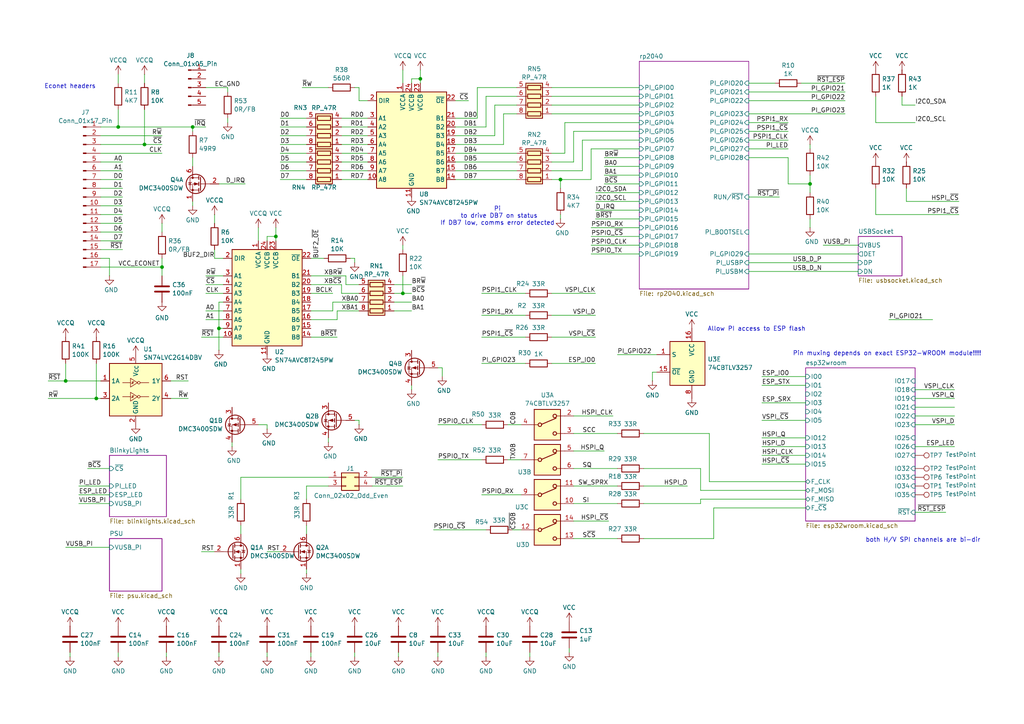
<source format=kicad_sch>
(kicad_sch (version 20250114) (generator "eeschema") (generator_version "9.0")
  (paper "A4")
  (text "Econet headers\n\n" (at 20.32 26.162 0) (effects (font (size 1.27 1.27))))
  (text "Pi\n to drive DB7 on status\nIf DB7 low, comms error detected\n" (at 144.272 62.738 0) (effects (font (size 1.27 1.27))))
  (text "Pin muxing depends on exact ESP32-WROOM module!!!!\n" (at 257.302 102.616 0) (effects (font (size 1.27 1.27))))
  (text "Allow PI access to ESP flash" (at 219.456 95.504 0) (effects (font (size 1.27 1.27))))
  (text "both H/V SPI channels are bi-dir\n\n" (at 267.716 157.734 0) (effects (font (size 1.27 1.27))))
  (junction (at 80.01 68.58))
  (junction (at 121.92 22.86))
  (junction (at 116.84 85.09))
  (junction (at 63.5 95.25))
  (junction (at 27.94 115.57))
  (junction (at 55.88 36.83))
  (junction (at 41.91 41.91))
  (junction (at 34.29 36.83))
  (junction (at 234.95 53.34))
  (junction (at 19.05 110.49))
  (junction (at 46.99 77.47))
  (junction (at 162.56 52.07))
  (wire (pts (xy 59.69 25.4) (xy 66.04 25.4)))
  (wire (pts (xy 186.69 140.97) (xy 199.39 140.97)))
  (wire (pts (xy 97.79 90.17) (xy 104.14 90.17)))
  (wire (pts (xy 265.43 120.65) (xy 276.86 120.65)))
  (wire (pts (xy 217.17 35.56) (xy 228.6 35.56)))
  (wire (pts (xy 102.87 189.23) (xy 102.87 190.5)))
  (wire (pts (xy 102.87 25.4) (xy 104.14 25.4)))
  (wire (pts (xy 29.21 49.53) (xy 35.56 49.53)))
  (wire (pts (xy 172.72 60.96) (xy 185.42 60.96)))
  (wire (pts (xy 63.5 95.25) (xy 64.77 95.25)))
  (wire (pts (xy 90.17 90.17) (xy 96.52 90.17)))
  (wire (pts (xy 172.72 63.5) (xy 185.42 63.5)))
  (wire (pts (xy 19.05 158.75) (xy 31.75 158.75)))
  (wire (pts (xy 132.08 34.29) (xy 138.43 34.29)))
  (wire (pts (xy 81.28 41.91) (xy 88.9 41.91)))
  (wire (pts (xy 88.9 152.4) (xy 88.9 154.94)))
  (wire (pts (xy 147.32 133.35) (xy 151.13 133.35)))
  (wire (pts (xy 107.95 140.97) (xy 116.84 140.97)))
  (wire (pts (xy 71.12 53.34) (xy 63.5 53.34)))
  (wire (pts (xy 146.05 33.02) (xy 146.05 41.91)))
  (wire (pts (xy 90.17 85.09) (xy 96.52 85.09)))
  (wire (pts (xy 104.14 82.55) (xy 100.33 82.55)))
  (wire (pts (xy 189.23 110.49) (xy 189.23 107.95)))
  (wire (pts (xy 140.97 36.83) (xy 140.97 27.94)))
  (wire (pts (xy 102.87 74.93) (xy 102.87 76.2)))
  (wire (pts (xy 220.98 127) (xy 233.68 127)))
  (wire (pts (xy 55.88 36.83) (xy 55.88 38.1)))
  (wire (pts (xy 220.98 109.22) (xy 233.68 109.22)))
  (wire (pts (xy 203.2 146.05) (xy 186.69 146.05)))
  (wire (pts (xy 116.84 85.09) (xy 119.38 85.09)))
  (wire (pts (xy 179.07 102.87) (xy 190.5 102.87)))
  (wire (pts (xy 116.84 80.01) (xy 116.84 85.09)))
  (wire (pts (xy 186.69 156.21) (xy 207.01 156.21)))
  (wire (pts (xy 160.02 27.94) (xy 185.42 27.94)))
  (wire (pts (xy 220.98 121.92) (xy 233.68 121.92)))
  (wire (pts (xy 29.21 36.83) (xy 34.29 36.83)))
  (wire (pts (xy 114.3 87.63) (xy 119.38 87.63)))
  (wire (pts (xy 64.77 80.01) (xy 59.69 80.01)))
  (wire (pts (xy 64.77 92.71) (xy 59.69 92.71)))
  (wire (pts (xy 261.62 30.48) (xy 261.62 27.94)))
  (wire (pts (xy 220.98 111.76) (xy 233.68 111.76)))
  (wire (pts (xy 160.02 33.02) (xy 185.42 33.02)))
  (wire (pts (xy 217.17 24.13) (xy 224.79 24.13)))
  (wire (pts (xy 217.17 33.02) (xy 245.11 33.02)))
  (wire (pts (xy 171.45 71.12) (xy 185.42 71.12)))
  (wire (pts (xy 29.21 57.15) (xy 35.56 57.15)))
  (wire (pts (xy 29.21 39.37) (xy 46.99 39.37)))
  (wire (pts (xy 149.86 33.02) (xy 146.05 33.02)))
  (wire (pts (xy 234.95 41.91) (xy 234.95 43.18)))
  (wire (pts (xy 46.99 74.93) (xy 46.99 77.47)))
  (wire (pts (xy 48.26 189.23) (xy 48.26 190.5)))
  (wire (pts (xy 88.9 165.1) (xy 88.9 166.37)))
  (wire (pts (xy 139.7 143.51) (xy 151.13 143.51)))
  (wire (pts (xy 205.74 139.7) (xy 205.74 125.73)))
  (wire (pts (xy 166.37 151.13) (xy 176.53 151.13)))
  (wire (pts (xy 106.68 36.83) (xy 99.06 36.83)))
  (wire (pts (xy 265.43 30.48) (xy 261.62 30.48)))
  (wire (pts (xy 55.88 58.42) (xy 55.88 59.69)))
  (wire (pts (xy 20.32 189.23) (xy 20.32 190.5)))
  (wire (pts (xy 163.83 35.56) (xy 185.42 35.56)))
  (wire (pts (xy 49.53 115.57) (xy 54.61 115.57)))
  (wire (pts (xy 166.37 38.1) (xy 166.37 46.99)))
  (wire (pts (xy 265.43 123.19) (xy 276.86 123.19)))
  (wire (pts (xy 77.47 189.23) (xy 77.47 190.5)))
  (wire (pts (xy 29.21 72.39) (xy 35.56 72.39)))
  (wire (pts (xy 160.02 30.48) (xy 185.42 30.48)))
  (wire (pts (xy 168.91 49.53) (xy 168.91 40.64)))
  (wire (pts (xy 220.98 132.08) (xy 233.68 132.08)))
  (wire (pts (xy 257.81 92.71) (xy 270.51 92.71)))
  (wire (pts (xy 217.17 26.67) (xy 245.11 26.67)))
  (wire (pts (xy 58.42 160.02) (xy 62.23 160.02)))
  (wire (pts (xy 100.33 80.01) (xy 90.17 80.01)))
  (wire (pts (xy 99.06 82.55) (xy 99.06 85.09)))
  (wire (pts (xy 22.86 146.05) (xy 31.75 146.05)))
  (wire (pts (xy 254 62.23) (xy 254 54.61)))
  (wire (pts (xy 63.5 95.25) (xy 63.5 101.6)))
  (wire (pts (xy 13.97 110.49) (xy 19.05 110.49)))
  (wire (pts (xy 162.56 63.5) (xy 162.56 62.23)))
  (wire (pts (xy 278.13 58.42) (xy 262.89 58.42)))
  (wire (pts (xy 160.02 49.53) (xy 168.91 49.53)))
  (wire (pts (xy 34.29 31.75) (xy 34.29 36.83)))
  (wire (pts (xy 166.37 135.89) (xy 179.07 135.89)))
  (wire (pts (xy 81.28 36.83) (xy 88.9 36.83)))
  (wire (pts (xy 96.52 90.17) (xy 96.52 87.63)))
  (wire (pts (xy 189.23 107.95) (xy 190.5 107.95)))
  (wire (pts (xy 139.7 105.41) (xy 152.4 105.41)))
  (wire (pts (xy 115.57 189.23) (xy 115.57 190.5)))
  (wire (pts (xy 116.84 20.32) (xy 116.84 24.13)))
  (wire (pts (xy 90.17 92.71) (xy 97.79 92.71)))
  (wire (pts (xy 29.21 77.47) (xy 46.99 77.47)))
  (wire (pts (xy 254 35.56) (xy 254 27.94)))
  (wire (pts (xy 132.08 44.45) (xy 149.86 44.45)))
  (wire (pts (xy 265.43 129.54) (xy 276.86 129.54)))
  (wire (pts (xy 217.17 29.21) (xy 245.11 29.21)))
  (wire (pts (xy 19.05 105.41) (xy 19.05 110.49)))
  (wire (pts (xy 262.89 58.42) (xy 262.89 54.61)))
  (wire (pts (xy 27.94 105.41) (xy 27.94 115.57)))
  (wire (pts (xy 278.13 62.23) (xy 254 62.23)))
  (wire (pts (xy 147.32 123.19) (xy 151.13 123.19)))
  (wire (pts (xy 22.86 143.51) (xy 31.75 143.51)))
  (wire (pts (xy 97.79 92.71) (xy 97.79 90.17)))
  (wire (pts (xy 41.91 21.59) (xy 41.91 24.13)))
  (wire (pts (xy 175.26 45.72) (xy 185.42 45.72)))
  (wire (pts (xy 119.38 22.86) (xy 121.92 22.86)))
  (wire (pts (xy 104.14 25.4) (xy 104.14 29.21)))
  (wire (pts (xy 171.45 73.66) (xy 185.42 73.66)))
  (wire (pts (xy 205.74 125.73) (xy 186.69 125.73)))
  (wire (pts (xy 234.95 66.04) (xy 234.95 63.5)))
  (wire (pts (xy 171.45 66.04) (xy 185.42 66.04)))
  (wire (pts (xy 19.05 110.49) (xy 29.21 110.49)))
  (wire (pts (xy 149.86 25.4) (xy 138.43 25.4)))
  (wire (pts (xy 66.04 35.56) (xy 66.04 34.29)))
  (wire (pts (xy 140.97 189.23) (xy 140.97 190.5)))
  (wire (pts (xy 13.97 115.57) (xy 27.94 115.57)))
  (wire (pts (xy 166.37 146.05) (xy 179.07 146.05)))
  (wire (pts (xy 233.68 144.78) (xy 203.2 144.78)))
  (wire (pts (xy 234.95 53.34) (xy 228.6 53.34)))
  (wire (pts (xy 34.29 189.23) (xy 34.29 190.5)))
  (wire (pts (xy 162.56 52.07) (xy 162.56 54.61)))
  (wire (pts (xy 220.98 116.84) (xy 233.68 116.84)))
  (wire (pts (xy 99.06 52.07) (xy 106.68 52.07)))
  (wire (pts (xy 29.21 74.93) (xy 31.75 74.93)))
  (wire (pts (xy 160.02 44.45) (xy 163.83 44.45)))
  (wire (pts (xy 104.14 29.21) (xy 106.68 29.21)))
  (wire (pts (xy 74.93 123.19) (xy 77.47 123.19)))
  (wire (pts (xy 238.76 71.12) (xy 248.92 71.12)))
  (wire (pts (xy 217.17 76.2) (xy 248.92 76.2)))
  (wire (pts (xy 77.47 160.02) (xy 81.28 160.02)))
  (wire (pts (xy 99.06 49.53) (xy 106.68 49.53)))
  (wire (pts (xy 29.21 59.69) (xy 35.56 59.69)))
  (wire (pts (xy 116.84 71.12) (xy 116.84 72.39)))
  (wire (pts (xy 217.17 57.15) (xy 226.06 57.15)))
  (wire (pts (xy 121.92 22.86) (xy 121.92 24.13)))
  (wire (pts (xy 217.17 40.64) (xy 228.6 40.64)))
  (wire (pts (xy 106.68 46.99) (xy 99.06 46.99)))
  (wire (pts (xy 166.37 156.21) (xy 179.07 156.21)))
  (wire (pts (xy 172.72 55.88) (xy 185.42 55.88)))
  (wire (pts (xy 160.02 25.4) (xy 185.42 25.4)))
  (wire (pts (xy 185.42 43.18) (xy 171.45 43.18)))
  (wire (pts (xy 203.2 142.24) (xy 203.2 135.89)))
  (wire (pts (xy 217.17 43.18) (xy 228.6 43.18)))
  (wire (pts (xy 265.43 148.59) (xy 274.32 148.59)))
  (wire (pts (xy 132.08 46.99) (xy 149.86 46.99)))
  (wire (pts (xy 95.25 25.4) (xy 87.63 25.4)))
  (wire (pts (xy 121.92 20.32) (xy 121.92 22.86)))
  (wire (pts (xy 64.77 90.17) (xy 59.69 90.17)))
  (wire (pts (xy 132.08 36.83) (xy 140.97 36.83)))
  (wire (pts (xy 127 189.23) (xy 127 190.5)))
  (wire (pts (xy 160.02 97.79) (xy 172.72 97.79)))
  (wire (pts (xy 127 106.68) (xy 128.27 106.68)))
  (wire (pts (xy 203.2 135.89) (xy 186.69 135.89)))
  (wire (pts (xy 63.5 189.23) (xy 63.5 190.5)))
  (wire (pts (xy 132.08 29.21) (xy 135.89 29.21)))
  (wire (pts (xy 69.85 138.43) (xy 69.85 144.78)))
  (wire (pts (xy 175.26 53.34) (xy 185.42 53.34)))
  (wire (pts (xy 29.21 69.85) (xy 35.56 69.85)))
  (wire (pts (xy 166.37 140.97) (xy 179.07 140.97)))
  (wire (pts (xy 69.85 152.4) (xy 69.85 154.94)))
  (wire (pts (xy 49.53 110.49) (xy 54.61 110.49)))
  (wire (pts (xy 74.93 66.04) (xy 74.93 69.85)))
  (wire (pts (xy 99.06 85.09) (xy 104.14 85.09)))
  (wire (pts (xy 106.68 39.37) (xy 99.06 39.37)))
  (wire (pts (xy 172.72 58.42) (xy 185.42 58.42)))
  (wire (pts (xy 132.08 49.53) (xy 149.86 49.53)))
  (wire (pts (xy 90.17 74.93) (xy 93.98 74.93)))
  (wire (pts (xy 125.73 153.67) (xy 140.97 153.67)))
  (wire (pts (xy 233.68 142.24) (xy 203.2 142.24)))
  (wire (pts (xy 143.51 39.37) (xy 143.51 30.48)))
  (wire (pts (xy 31.75 74.93) (xy 31.75 80.01)))
  (wire (pts (xy 160.02 105.41) (xy 172.72 105.41)))
  (wire (pts (xy 77.47 68.58) (xy 80.01 68.58)))
  (wire (pts (xy 143.51 30.48) (xy 149.86 30.48)))
  (wire (pts (xy 34.29 21.59) (xy 34.29 24.13)))
  (wire (pts (xy 27.94 115.57) (xy 29.21 115.57)))
  (wire (pts (xy 95.25 140.97) (xy 88.9 140.97)))
  (wire (pts (xy 46.99 67.31) (xy 46.99 64.77)))
  (wire (pts (xy 55.88 36.83) (xy 59.69 36.83)))
  (wire (pts (xy 162.56 52.07) (xy 160.02 52.07)))
  (wire (pts (xy 203.2 144.78) (xy 203.2 146.05)))
  (wire (pts (xy 132.08 41.91) (xy 146.05 41.91)))
  (wire (pts (xy 140.97 27.94) (xy 149.86 27.94)))
  (wire (pts (xy 99.06 34.29) (xy 106.68 34.29)))
  (wire (pts (xy 81.28 52.07) (xy 88.9 52.07)))
  (wire (pts (xy 114.3 82.55) (xy 119.38 82.55)))
  (wire (pts (xy 138.43 25.4) (xy 138.43 34.29)))
  (wire (pts (xy 81.28 34.29) (xy 88.9 34.29)))
  (wire (pts (xy 101.6 74.93) (xy 102.87 74.93)))
  (wire (pts (xy 217.17 38.1) (xy 228.6 38.1)))
  (wire (pts (xy 29.21 41.91) (xy 41.91 41.91)))
  (wire (pts (xy 265.43 35.56) (xy 254 35.56)))
  (wire (pts (xy 96.52 87.63) (xy 104.14 87.63)))
  (wire (pts (xy 217.17 73.66) (xy 248.92 73.66)))
  (wire (pts (xy 220.98 129.54) (xy 233.68 129.54)))
  (wire (pts (xy 34.29 36.83) (xy 55.88 36.83)))
  (wire (pts (xy 114.3 85.09) (xy 116.84 85.09)))
  (wire (pts (xy 265.43 118.11) (xy 276.86 118.11)))
  (wire (pts (xy 148.59 153.67) (xy 151.13 153.67)))
  (wire (pts (xy 228.6 45.72) (xy 217.17 45.72)))
  (wire (pts (xy 207.01 147.32) (xy 233.68 147.32)))
  (wire (pts (xy 128.27 106.68) (xy 128.27 109.22)))
  (wire (pts (xy 29.21 54.61) (xy 35.56 54.61)))
  (wire (pts (xy 90.17 82.55) (xy 99.06 82.55)))
  (wire (pts (xy 88.9 140.97) (xy 88.9 144.78)))
  (wire (pts (xy 55.88 45.72) (xy 55.88 48.26)))
  (wire (pts (xy 29.21 67.31) (xy 35.56 67.31)))
  (wire (pts (xy 64.77 85.09) (xy 59.69 85.09)))
  (wire (pts (xy 166.37 120.65) (xy 177.8 120.65)))
  (wire (pts (xy 160.02 91.44) (xy 172.72 91.44)))
  (wire (pts (xy 22.86 140.97) (xy 31.75 140.97)))
  (wire (pts (xy 29.21 62.23) (xy 35.56 62.23)))
  (wire (pts (xy 228.6 53.34) (xy 228.6 45.72)))
  (wire (pts (xy 139.7 85.09) (xy 152.4 85.09)))
  (wire (pts (xy 62.23 62.23) (xy 62.23 64.77)))
  (wire (pts (xy 106.68 44.45) (xy 99.06 44.45)))
  (wire (pts (xy 41.91 41.91) (xy 46.99 41.91)))
  (wire (pts (xy 66.04 25.4) (xy 66.04 26.67)))
  (wire (pts (xy 119.38 24.13) (xy 119.38 22.86)))
  (wire (pts (xy 175.26 50.8) (xy 185.42 50.8)))
  (wire (pts (xy 234.95 50.8) (xy 234.95 53.34)))
  (wire (pts (xy 207.01 156.21) (xy 207.01 147.32)))
  (wire (pts (xy 220.98 134.62) (xy 233.68 134.62)))
  (wire (pts (xy 29.21 46.99) (xy 35.56 46.99)))
  (wire (pts (xy 63.5 87.63) (xy 64.77 87.63)))
  (wire (pts (xy 80.01 68.58) (xy 80.01 69.85)))
  (wire (pts (xy 132.08 39.37) (xy 143.51 39.37)))
  (wire (pts (xy 165.1 189.23) (xy 165.1 187.96)))
  (wire (pts (xy 160.02 85.09) (xy 172.72 85.09)))
  (wire (pts (xy 62.23 72.39) (xy 62.23 74.93)))
  (wire (pts (xy 171.45 68.58) (xy 185.42 68.58)))
  (wire (pts (xy 106.68 41.91) (xy 99.06 41.91)))
  (wire (pts (xy 127 133.35) (xy 139.7 133.35)))
  (wire (pts (xy 166.37 130.81) (xy 175.26 130.81)))
  (wire (pts (xy 265.43 115.57) (xy 276.86 115.57)))
  (wire (pts (xy 81.28 39.37) (xy 88.9 39.37)))
  (wire (pts (xy 166.37 46.99) (xy 160.02 46.99)))
  (wire (pts (xy 232.41 24.13) (xy 245.11 24.13)))
  (wire (pts (xy 166.37 125.73) (xy 179.07 125.73)))
  (wire (pts (xy 63.5 95.25) (xy 63.5 87.63)))
  (wire (pts (xy 171.45 52.07) (xy 162.56 52.07)))
  (wire (pts (xy 132.08 52.07) (xy 149.86 52.07)))
  (wire (pts (xy 234.95 53.34) (xy 234.95 55.88)))
  (wire (pts (xy 29.21 44.45) (xy 46.99 44.45)))
  (wire (pts (xy 77.47 69.85) (xy 77.47 68.58)))
  (wire (pts (xy 163.83 44.45) (xy 163.83 35.56)))
  (wire (pts (xy 100.33 82.55) (xy 100.33 80.01)))
  (wire (pts (xy 81.28 46.99) (xy 88.9 46.99)))
  (wire (pts (xy 265.43 113.03) (xy 276.86 113.03)))
  (wire (pts (xy 127 123.19) (xy 139.7 123.19)))
  (wire (pts (xy 29.21 52.07) (xy 35.56 52.07)))
  (wire (pts (xy 69.85 165.1) (xy 69.85 166.37)))
  (wire (pts (xy 119.38 111.76) (xy 119.38 113.03)))
  (wire (pts (xy 80.01 66.04) (xy 80.01 68.58)))
  (wire (pts (xy 90.17 97.79) (xy 97.79 97.79)))
  (wire (pts (xy 233.68 139.7) (xy 205.74 139.7)))
  (wire (pts (xy 139.7 91.44) (xy 152.4 91.44)))
  (wire (pts (xy 153.67 189.23) (xy 153.67 190.5)))
  (wire (pts (xy 102.87 121.92) (xy 104.14 121.92)))
  (wire (pts (xy 29.21 64.77) (xy 35.56 64.77)))
  (wire (pts (xy 185.42 38.1) (xy 166.37 38.1)))
  (wire (pts (xy 46.99 77.47) (xy 46.99 80.01)))
  (wire (pts (xy 90.17 189.23) (xy 90.17 190.5)))
  (wire (pts (xy 81.28 49.53) (xy 88.9 49.53)))
  (wire (pts (xy 107.95 138.43) (xy 116.84 138.43)))
  (wire (pts (xy 64.77 82.55) (xy 59.69 82.55)))
  (wire (pts (xy 62.23 74.93) (xy 64.77 74.93)))
  (wire (pts (xy 41.91 31.75) (xy 41.91 41.91)))
  (wire (pts (xy 168.91 40.64) (xy 185.42 40.64)))
  (wire (pts (xy 25.4 135.89) (xy 31.75 135.89)))
  (wire (pts (xy 175.26 48.26) (xy 185.42 48.26)))
  (wire (pts (xy 104.14 121.92) (xy 104.14 123.19)))
  (wire (pts (xy 67.31 128.27) (xy 67.31 129.54)))
  (wire (pts (xy 171.45 43.18) (xy 171.45 52.07)))
  (wire (pts (xy 217.17 78.74) (xy 248.92 78.74)))
  (wire (pts (xy 58.42 97.79) (xy 64.77 97.79)))
  (wire (pts (xy 139.7 97.79) (xy 152.4 97.79)))
  (wire (pts (xy 95.25 138.43) (xy 69.85 138.43)))
  (wire (pts (xy 81.28 44.45) (xy 88.9 44.45)))
  (wire (pts (xy 95.25 127) (xy 95.25 128.27)))
  (wire (pts (xy 114.3 90.17) (xy 119.38 90.17)))
  (wire (pts (xy 77.47 123.19) (xy 77.47 124.46)))
  (label "VUSB_PI" (at 19.05 158.75 0))
  (label "D_IRQ" (at 172.72 60.96 0))
  (label "SI" (at 168.91 146.05 0))
  (label "DB3" (at 138.43 41.91 180))
  (label "B~{CS}" (at 25.4 135.89 0))
  (label "RD1" (at 101.6 36.83 0))
  (label "USB_D_P" (at 229.87 76.2 0))
  (label "D0" (at 35.56 52.07 180))
  (label "D3" (at 81.28 41.91 0))
  (label "HSPI_CLK" (at 220.98 132.08 0))
  (label "D7" (at 81.28 52.07 0))
  (label "VSPI_D" (at 276.86 123.19 180))
  (label "D7" (at 35.56 69.85 180))
  (label "D2" (at 81.28 39.37 0))
  (label "DB7" (at 138.43 52.07 180))
  (label "PI_GPIO21" (at 245.11 26.67 180))
  (label "D3" (at 35.56 59.69 180))
  (label "HSPI_D" (at 199.39 140.97 180))
  (label "~{CS}" (at 59.69 82.55 0))
  (label "ESP_IO0" (at 220.98 109.22 0))
  (label "PSPI1_CLK" (at 139.7 85.09 0))
  (label "PSPI1_CLK" (at 228.6 40.64 180))
  (label "DB4" (at 138.43 44.45 180))
  (label "B~{CS}" (at 175.26 53.34 0))
  (label "VSPI_Q" (at 276.86 115.57 180))
  (label "PSPIO_~{CS}" (at 171.45 68.58 0))
  (label "R~{W}" (at 59.69 80.01 0))
  (label "VCC_ECONET" (at 34.29 77.47 0))
  (label "BA1" (at 119.38 90.17 0))
  (label "RD3" (at 101.6 41.91 0))
  (label "BUF2_~{OE}" (at 92.71 74.93 90))
  (label "XBR~{W}" (at 93.98 80.01 0))
  (label "CLK" (at 46.99 44.45 180))
  (label "I2C0_SCL" (at 172.72 58.42 0))
  (label "BR~{W}" (at 175.26 45.72 0))
  (label "RD5" (at 101.6 46.99 0))
  (label "B~{RST}" (at 97.79 97.79 180))
  (label "BUF2_DIR" (at 62.23 74.93 180))
  (label "~{IRQ}" (at 59.69 36.83 180))
  (label "VSPI_CLK" (at 172.72 85.09 180))
  (label "~{RST}" (at 35.56 72.39 180))
  (label "CLK" (at 59.69 85.09 0))
  (label "DB2" (at 138.43 39.37 180))
  (label "A1" (at 59.69 92.71 0))
  (label "D4" (at 35.56 62.23 180))
  (label "D6" (at 35.56 67.31 180))
  (label "I2C0_SDA" (at 172.72 55.88 0))
  (label "BA0" (at 119.38 87.63 0))
  (label "XBA0" (at 99.06 87.63 0))
  (label "D5" (at 81.28 46.99 0))
  (label "TX0B" (at 149.86 133.35 90))
  (label "HSPI_~{CS}" (at 278.13 58.42 180))
  (label "~{R}W" (at 54.61 115.57 180))
  (label "SCC" (at 168.91 125.73 0))
  (label "C0B" (at 149.86 123.19 90))
  (label "PI_GPIO22" (at 179.07 102.87 0))
  (label "VSPI_~{CS}" (at 220.98 121.92 0))
  (label "DB5" (at 138.43 46.99 180))
  (label "USB_D_N" (at 229.87 78.74 0))
  (label "~{CS0B}" (at 149.86 153.67 90))
  (label "A0" (at 59.69 90.17 0))
  (label "~{RST_PI}" (at 116.84 138.43 180))
  (label "PSPI1_~{CS}" (at 228.6 38.1 180))
  (label "PSPI1_~{CS}" (at 278.13 62.23 180))
  (label "PSPIO_RX" (at 171.45 66.04 0))
  (label "~{R}W" (at 87.63 25.4 0))
  (label "PI_GPIO23" (at 245.11 33.02 180))
  (label "PSPI1_RX" (at 228.6 35.56 180))
  (label "ESP_LED" (at 276.86 129.54 180))
  (label "PSPI1_RX" (at 139.7 91.44 0))
  (label "VUSB_PI" (at 22.86 146.05 0))
  (label "D4" (at 81.28 44.45 0))
  (label "ESP_IO0" (at 172.72 105.41 180))
  (label "RD7" (at 101.6 52.07 0))
  (label "D5" (at 35.56 64.77 180))
  (label "PI_GPIO21" (at 257.81 92.71 0))
  (label "D2" (at 35.56 57.15 180))
  (label "ESP_LED" (at 22.86 143.51 0))
  (label "DB0" (at 138.43 34.29 180))
  (label "PSPIO_RX" (at 139.7 143.51 0))
  (label "BA1" (at 175.26 50.8 0))
  (label "RD0" (at 101.6 34.29 0))
  (label "PSPIO_CLK" (at 127 123.19 0))
  (label "D0" (at 81.28 34.29 0))
  (label "S~{CS}" (at 168.91 156.21 0))
  (label "SW_SPRX" (at 167.64 140.97 0))
  (label "~{RST_ESP}" (at 116.84 140.97 180))
  (label "~{CS}" (at 46.99 41.91 180))
  (label "R~{W}" (at 13.97 115.57 0))
  (label "VSPI_CLK" (at 276.86 113.03 180))
  (label "D6" (at 81.28 49.53 0))
  (label "D1" (at 35.56 54.61 180))
  (label "HSPI_CLK" (at 177.8 120.65 180))
  (label "RD4" (at 101.6 44.45 0))
  (label "B~{CS}" (at 119.38 85.09 0))
  (label "XBA1" (at 99.06 90.17 0))
  (label "A0" (at 35.56 46.99 180))
  (label "D_IRQ" (at 71.12 53.34 180))
  (label "BCLK" (at 96.52 85.09 180))
  (label "RD6" (at 101.6 49.53 0))
  (label "A1" (at 35.56 49.53 180))
  (label "RD2" (at 101.6 39.37 0))
  (label "HSPI_Q" (at 220.98 127 0))
  (label "~{RST_PI}" (at 226.06 57.15 180))
  (label "HSPI_D" (at 220.98 129.54 0))
  (label "PSPIO_~{CS}" (at 125.73 153.67 0))
  (label "~{RST}" (at 58.42 97.79 0))
  (label "B~{RST}" (at 172.72 63.5 0))
  (label "EC_GND" (at 62.23 25.4 0))
  (label "BA0" (at 175.26 48.26 0))
  (label "~{RST_ESP}" (at 245.11 24.13 180))
  (label "VSPI_D" (at 172.72 91.44 180))
  (label "PSPI1_~{CS}" (at 139.7 97.79 0))
  (label "I2C0_SCL" (at 265.43 35.56 0))
  (label "HSPI_Q" (at 175.26 130.81 180))
  (label "~{RST}" (at 13.97 110.49 0))
  (label "~{RST_ESP}" (at 274.32 148.59 180))
  (label "ESP_SRX" (at 220.98 116.84 0))
  (label "PI_GPIO22" (at 245.11 29.21 180))
  (label "RST" (at 54.61 110.49 180))
  (label "HSPI_~{CS}" (at 176.53 151.13 180))
  (label "DB6" (at 138.43 49.53 180))
  (label "DB1" (at 138.43 36.83 180))
  (label "PSPIO_TX" (at 171.45 73.66 0))
  (label "D1" (at 81.28 36.83 0))
  (label "RST" (at 77.47 160.02 0))
  (label "PI_GPIO23" (at 139.7 105.41 0))
  (label "PSPIO_TX" (at 127 133.35 0))
  (label "XB~{CS}" (at 93.98 82.55 0))
  (label "VUSB_PI" (at 238.76 71.12 0))
  (label "VSPI_~{CS}" (at 172.72 97.79 180))
  (label "PSPIO_CLK" (at 171.45 71.12 0))
  (label "~{CS}" (at 135.89 29.21 180))
  (label "ESP_STX" (at 220.98 111.76 0))
  (label "SQ" (at 168.91 135.89 0))
  (label "BR~{W}" (at 119.38 82.55 0))
  (label "I2C0_SDA" (at 265.43 30.48 0))
  (label "RST" (at 58.42 160.02 0))
  (label "PI_LED" (at 22.86 140.97 0))
  (label "HSPI_~{CS}" (at 220.98 134.62 0))
  (label "PI_LED" (at 228.6 43.18 180))
  (label "R~{W}" (at 46.99 39.37 180))
  (symbol (lib_name "DMC2053UVT_2") (lib_id "Transistor_FET:DMC2053UVT") (at 119.38 106.68 0) (mirror y) (unit 2)
    (property "Reference" "Q4" (at 116.7131 105.4678 0) (effects (justify left)))
    (property "Value" "DMC3400SDW" (at 116.7131 107.8921 0) (effects (justify left)))
    (property "Footprint" "Package_TO_SOT_SMD:SOT-363_SC-70-6" (effects (hide yes)))
    (property "Datasheet" "https://www.diodes.com/assets/Datasheets/DMC2053UVT.pdf" (effects (hide yes)))
    (property "Description" "4.6A/-3.2A Id, 20V Vds, Complementary pair enhancement mode P-Channel and N-Channel MOSFET, TSOT-23-6" (effects (hide yes)))
    (property "LCSC" "C155499" (effects (hide yes)))
  )
  (symbol (lib_id "Device:R") (at 162.56 58.42 0) (unit 1)
    (property "Reference" "R34" (at 164.338 57.2078 0) (effects (justify left)))
    (property "Value" "4K7" (at 164.338 59.6321 0) (effects (justify left)))
    (property "Footprint" "Resistor_SMD:R_0603_1608Metric_Pad0.98x0.95mm_HandSolder" (effects (hide yes)))
    (property "Description" "Resistor" (effects (hide yes)))
    (property "LCSC" "C23162" (effects (hide yes)))
  )
  (symbol (lib_id "Device:R") (at 88.9 148.59 0) (mirror x) (unit 1)
    (property "Reference" "R3" (at 86.106 143.764 90))
    (property "Value" "33R" (at 86.1638 148.59 90))
    (property "Footprint" "Resistor_SMD:R_0402_1005Metric_Pad0.72x0.64mm_HandSolder" (effects (hide yes)))
    (property "Description" "Resistor" (effects (hide yes)))
    (property "LCSC" "C17634" (effects (hide yes)))
  )
  (symbol (lib_id "74xx:74CBTLV3257") (at 158.75 143.51 0) (unit 3)
    (property "Reference" "U3" (at 151.384 147.066 0))
    (property "Value" "74CBTLV3257" (effects (hide yes)))
    (property "Footprint" "Package_SO:TSSOP-16_4.4x5mm_P0.65mm" (effects (hide yes)))
    (property "Datasheet" "http://www.ti.com/lit/ds/symlink/sn74cbtlv3257.pdf" (effects (hide yes)))
    (property "Description" "Quad 1:2 FET Multiplexer/Demultiplexer, Low-Voltage" (effects (hide yes)))
    (property "LCSC" "C7637" (effects (hide yes)))
  )
  (symbol (lib_id "power:GND") (at 165.1 189.23 0) (unit 1)
    (property "Reference" "#PWR0164" (effects (hide yes)))
    (property "Value" "GND" (at 165.1 193.3631 0))
    (property "Description" "Power symbol creates a global label with name \"GND\" , ground" (effects (hide yes)))
  )
  (symbol (lib_id "power:GND") (at 46.99 87.63 0) (unit 1)
    (property "Reference" "#PWR021" (effects (hide yes)))
    (property "Value" "GND" (at 46.99 92.202 0))
    (property "Description" "Power symbol creates a global label with name \"GND\" , ground" (effects (hide yes)))
  )
  (symbol (lib_id "power:VCC") (at 90.17 181.61 0) (unit 1)
    (property "Reference" "#PWR0137" (effects (hide yes)))
    (property "Value" "VCC" (at 90.17 177.4769 0))
    (property "Description" "Power symbol creates a global label with name \"VCC\"" (effects (hide yes)))
  )
  (symbol (lib_id "Connector:Conn_01x05_Pin") (at 54.61 25.4 0) (unit 1)
    (property "Reference" "J8" (at 55.245 16.0993 0))
    (property "Value" "Conn_01x05_Pin" (at 55.245 18.5236 0))
    (property "Footprint" "Connector_PinHeader_2.54mm:PinHeader_1x05_P2.54mm_Vertical" (effects (hide yes)))
    (property "Description" "Generic connector, single row, 01x05, script generated" (effects (hide yes)))
  )
  (symbol (lib_id "power:VCCQ") (at 41.91 21.59 0) (unit 1)
    (property "Reference" "#PWR04" (effects (hide yes)))
    (property "Value" "VCCQ" (at 41.91 17.4569 0))
    (property "Description" "Power symbol creates a global label with name \"VCCQ\"" (effects (hide yes)))
  )
  (symbol (lib_id "power:VCCQ") (at 20.32 181.61 0) (unit 1)
    (property "Reference" "#PWR010" (effects (hide yes)))
    (property "Value" "VCCQ" (at 20.32 177.4769 0))
    (property "Description" "Power symbol creates a global label with name \"VCCQ\"" (effects (hide yes)))
  )
  (symbol (lib_id "Connector:TestPoint") (at 265.43 140.97 270) (mirror x) (unit 1)
    (property "Reference" "TP1" (at 271.526 140.97 90))
    (property "Value" "TestPoint" (at 278.638 140.716 90))
    (property "Footprint" "TestPoint:TestPoint_Pad_D1.0mm" (effects (hide yes)))
    (property "Description" "test point" (effects (hide yes)))
  )
  (symbol (lib_id "power:VCC") (at 121.92 20.32 0) (unit 1)
    (property "Reference" "#PWR03" (effects (hide yes)))
    (property "Value" "VCC" (at 121.92 16.1869 0))
    (property "Description" "Power symbol creates a global label with name \"VCC\"" (effects (hide yes)))
  )
  (symbol (lib_id "Device:R_Pack04") (at 154.94 27.94 90) (unit 1)
    (property "Reference" "RN5" (at 154.94 19.9855 90))
    (property "Value" "RP_47R" (at 154.94 22.4098 90))
    (property "Footprint" "Resistor_SMD:R_Array_Concave_4x0603" (effects (hide yes)))
    (property "Description" "4 resistor network, parallel topology" (effects (hide yes)))
    (property "LCSC" "C1980" (effects (hide yes)))
  )
  (symbol (lib_id "power:VCC") (at 115.57 181.61 0) (unit 1)
    (property "Reference" "#PWR082" (effects (hide yes)))
    (property "Value" "VCC" (at 115.57 177.4769 0))
    (property "Description" "Power symbol creates a global label with name \"VCC\"" (effects (hide yes)))
  )
  (symbol (lib_id "power:GND") (at 63.5 190.5 0) (unit 1)
    (property "Reference" "#PWR031" (effects (hide yes)))
    (property "Value" "GND" (at 63.5 194.6331 0))
    (property "Description" "Power symbol creates a global label with name \"GND\" , ground" (effects (hide yes)))
  )
  (symbol (lib_id "Device:C") (at 115.57 185.42 0) (unit 1)
    (property "Reference" "C8" (at 118.491 184.2078 0) (effects (justify left)))
    (property "Value" "10uF" (at 118.491 186.6321 0) (effects (justify left)))
    (property "Footprint" "Capacitor_SMD:C_0805_2012Metric_Pad1.18x1.45mm_HandSolder" (effects (hide yes)))
    (property "Description" "Unpolarized capacitor" (effects (hide yes)))
    (property "LCSC" "C440198" (effects (hide yes)))
  )
  (symbol (lib_id "power:VCC") (at 165.1 180.34 0) (unit 1)
    (property "Reference" "#PWR0165" (effects (hide yes)))
    (property "Value" "VCC" (at 165.1 176.2069 0))
    (property "Description" "Power symbol creates a global label with name \"VCC\"" (effects (hide yes)))
  )
  (symbol (lib_id "power:VCCQ") (at 63.5 181.61 0) (unit 1)
    (property "Reference" "#PWR030" (effects (hide yes)))
    (property "Value" "VCCQ" (at 63.5 177.4769 0))
    (property "Description" "Power symbol creates a global label with name \"VCCQ\"" (effects (hide yes)))
  )
  (symbol (lib_id "power:VCCQ") (at 116.84 20.32 0) (unit 1)
    (property "Reference" "#PWR01" (effects (hide yes)))
    (property "Value" "VCCQ" (at 116.84 16.1869 0))
    (property "Description" "Power symbol creates a global label with name \"VCCQ\"" (effects (hide yes)))
  )
  (symbol (lib_id "power:GND") (at 34.29 190.5 0) (unit 1)
    (property "Reference" "#PWR013" (effects (hide yes)))
    (property "Value" "GND" (at 34.29 194.6331 0))
    (property "Description" "Power symbol creates a global label with name \"GND\" , ground" (effects (hide yes)))
  )
  (symbol (lib_id "Device:R_Pack04") (at 154.94 46.99 90) (unit 1)
    (property "Reference" "RN2" (at 154.94 39.0355 90))
    (property "Value" "RP_47R" (at 154.94 41.4598 90))
    (property "Footprint" "Resistor_SMD:R_Array_Concave_4x0603" (effects (hide yes)))
    (property "Description" "4 resistor network, parallel topology" (effects (hide yes)))
    (property "LCSC" "C1980" (effects (hide yes)))
  )
  (symbol (lib_id "power:GND") (at 39.37 123.19 0) (unit 1)
    (property "Reference" "#PWR029" (effects (hide yes)))
    (property "Value" "GND" (at 39.37 127.3231 0))
    (property "Description" "Power symbol creates a global label with name \"GND\" , ground" (effects (hide yes)))
  )
  (symbol (lib_id "Logic_LevelTranslator:SN74AVC8T245PW") (at 119.38 39.37 0) (unit 1)
    (property "Reference" "U8" (at 121.5741 56.3301 0) (effects (justify left)))
    (property "Value" "SN74AVC8T245PW" (at 121.5741 58.7544 0) (effects (justify left)))
    (property "Footprint" "Package_SO:TSSOP-24_4.4x7.8mm_P0.65mm" (effects (hide yes)))
    (property "Datasheet" "https://www.ti.com/lit/ds/symlink/sn74avc8t245.pdf" (effects (hide yes)))
    (property "Description" "8-Bit Dual-Supply Bus Transceiver With Configurable Voltage Translation and 3-State Outputs, TSSOP-24" (effects (hide yes)))
    (property "LCSC" "C1523276" (effects (hide yes)))
  )
  (symbol (lib_id "Connector:TestPoint") (at 265.43 143.51 270) (mirror x) (unit 1)
    (property "Reference" "TP5" (at 271.526 143.51 90))
    (property "Value" "TestPoint" (at 278.638 143.256 90))
    (property "Footprint" "TestPoint:TestPoint_Pad_D1.0mm" (effects (hide yes)))
    (property "Description" "test point" (effects (hide yes)))
  )
  (symbol (lib_id "Device:C") (at 127 185.42 0) (unit 1)
    (property "Reference" "C33" (at 129.921 184.2078 0) (effects (justify left)))
    (property "Value" "10uF" (at 129.921 186.6321 0) (effects (justify left)))
    (property "Footprint" "Capacitor_SMD:C_0805_2012Metric_Pad1.18x1.45mm_HandSolder" (effects (hide yes)))
    (property "Description" "Unpolarized capacitor" (effects (hide yes)))
    (property "LCSC" "C440198" (effects (hide yes)))
  )
  (symbol (lib_id "power:GND") (at 153.67 190.5 0) (unit 1)
    (property "Reference" "#PWR0112" (effects (hide yes)))
    (property "Value" "GND" (at 153.67 194.6331 0))
    (property "Description" "Power symbol creates a global label with name \"GND\" , ground" (effects (hide yes)))
  )
  (symbol (lib_id "Device:R") (at 144.78 153.67 270) (unit 1)
    (property "Reference" "R54" (at 139.7 151.384 90))
    (property "Value" "33R" (at 144.78 150.9338 90))
    (property "Footprint" "Resistor_SMD:R_0402_1005Metric_Pad0.72x0.64mm_HandSolder" (effects (hide yes)))
    (property "Description" "Resistor" (effects (hide yes)))
    (property "LCSC" "C17634" (effects (hide yes)))
  )
  (symbol (lib_id "Device:R") (at 262.89 50.8 0) (unit 1)
    (property "Reference" "R25" (at 264.668 49.5878 0) (effects (justify left)))
    (property "Value" "10K" (at 264.668 52.0121 0) (effects (justify left)))
    (property "Footprint" "Resistor_SMD:R_0603_1608Metric_Pad0.98x0.95mm_HandSolder" (effects (hide yes)))
    (property "Description" "Resistor" (effects (hide yes)))
    (property "LCSC" "C25804" (effects (hide yes)))
  )
  (symbol (lib_id "Device:R_Pack04") (at 93.98 46.99 90) (unit 1)
    (property "Reference" "RN4" (at 86.614 54.356 90))
    (property "Value" "RP_47R" (at 93.98 54.356 90))
    (property "Footprint" "Resistor_SMD:R_Array_Concave_4x0603" (effects (hide yes)))
    (property "Description" "4 resistor network, parallel topology" (effects (hide yes)))
    (property "LCSC" "C1980" (effects (hide yes)))
  )
  (symbol (lib_id "Device:R") (at 143.51 123.19 270) (unit 1)
    (property "Reference" "R50" (at 138.684 120.142 90))
    (property "Value" "33R" (at 143.51 120.4538 90))
    (property "Footprint" "Resistor_SMD:R_0402_1005Metric_Pad0.72x0.64mm_HandSolder" (effects (hide yes)))
    (property "Description" "Resistor" (effects (hide yes)))
    (property "LCSC" "C17634" (effects (hide yes)))
  )
  (symbol (lib_id "power:VCCQ") (at 234.95 41.91 0) (unit 1)
    (property "Reference" "#PWR067" (effects (hide yes)))
    (property "Value" "VCCQ" (at 234.95 37.7769 0))
    (property "Description" "Power symbol creates a global label with name \"VCCQ\"" (effects (hide yes)))
  )
  (symbol (lib_id "power:VCCQ") (at 140.97 181.61 0) (unit 1)
    (property "Reference" "#PWR018" (effects (hide yes)))
    (property "Value" "VCCQ" (at 140.97 177.4769 0))
    (property "Description" "Power symbol creates a global label with name \"VCCQ\"" (effects (hide yes)))
  )
  (symbol (lib_id "Connector:TestPoint") (at 265.43 135.89 270) (mirror x) (unit 1)
    (property "Reference" "TP2" (at 271.526 135.89 90))
    (property "Value" "TestPoint" (at 278.638 135.636 90))
    (property "Footprint" "TestPoint:TestPoint_Pad_D1.0mm" (effects (hide yes)))
    (property "Description" "test point" (effects (hide yes)))
  )
  (symbol (lib_id "power:GND") (at 189.23 110.49 0) (unit 1)
    (property "Reference" "#PWR0136" (effects (hide yes)))
    (property "Value" "GND" (at 189.23 114.6231 0))
    (property "Description" "Power symbol creates a global label with name \"GND\" , ground" (effects (hide yes)))
  )
  (symbol (lib_name "DMC2053UVT_2") (lib_id "Transistor_FET:DMC2053UVT") (at 55.88 53.34 0) (mirror y) (unit 1)
    (property "Reference" "Q4" (at 53.213 52.1278 0) (effects (justify left)))
    (property "Value" "DMC3400SDW" (at 53.213 54.5521 0) (effects (justify left)))
    (property "Footprint" "Package_TO_SOT_SMD:SOT-363_SC-70-6" (effects (hide yes)))
    (property "Datasheet" "https://www.diodes.com/assets/Datasheets/DMC2053UVT.pdf" (effects (hide yes)))
    (property "Description" "4.6A/-3.2A Id, 20V Vds, Complementary pair enhancement mode P-Channel and N-Channel MOSFET, TSOT-23-6" (effects (hide yes)))
    (property "LCSC" "C155499" (effects (hide yes)))
  )
  (symbol (lib_id "power:VCCQ") (at 48.26 181.61 0) (unit 1)
    (property "Reference" "#PWR014" (effects (hide yes)))
    (property "Value" "VCCQ" (at 48.26 177.4769 0))
    (property "Description" "Power symbol creates a global label with name \"VCCQ\"" (effects (hide yes)))
  )
  (symbol (lib_id "power:GND") (at 90.17 190.5 0) (unit 1)
    (property "Reference" "#PWR0138" (effects (hide yes)))
    (property "Value" "GND" (at 90.17 194.6331 0))
    (property "Description" "Power symbol creates a global label with name \"GND\" , ground" (effects (hide yes)))
  )
  (symbol (lib_id "Device:C") (at 153.67 185.42 0) (unit 1)
    (property "Reference" "C28" (at 156.591 184.2078 0) (effects (justify left)))
    (property "Value" "10uF" (at 156.591 186.6321 0) (effects (justify left)))
    (property "Footprint" "Capacitor_SMD:C_0805_2012Metric_Pad1.18x1.45mm_HandSolder" (effects (hide yes)))
    (property "Description" "Unpolarized capacitor" (effects (hide yes)))
    (property "LCSC" "C440198" (effects (hide yes)))
  )
  (symbol (lib_id "74xx:74CBTLV3257") (at 200.66 105.41 0) (unit 5)
    (property "Reference" "U3" (at 205.232 104.1978 0) (effects (justify left)))
    (property "Value" "74CBTLV3257" (at 205.232 106.6221 0) (effects (justify left)))
    (property "Footprint" "Package_SO:TSSOP-16_4.4x5mm_P0.65mm" (effects (hide yes)))
    (property "Datasheet" "http://www.ti.com/lit/ds/symlink/sn74cbtlv3257.pdf" (effects (hide yes)))
    (property "Description" "Quad 1:2 FET Multiplexer/Demultiplexer, Low-Voltage" (effects (hide yes)))
    (property "LCSC" "C7637" (effects (hide yes)))
  )
  (symbol (lib_id "power:VCC") (at 254 46.99 0) (unit 1)
    (property "Reference" "#PWR0109" (effects (hide yes)))
    (property "Value" "VCC" (at 254 42.8569 0))
    (property "Description" "Power symbol creates a global label with name \"VCC\"" (effects (hide yes)))
  )
  (symbol (lib_id "Device:R") (at 182.88 140.97 270) (unit 1)
    (property "Reference" "R18" (at 178.308 138.176 90))
    (property "Value" "33R" (at 182.88 138.2338 90))
    (property "Footprint" "Resistor_SMD:R_0402_1005Metric_Pad0.72x0.64mm_HandSolder" (effects (hide yes)))
    (property "Description" "Resistor" (effects (hide yes)))
    (property "LCSC" "C17634" (effects (hide yes)))
  )
  (symbol (lib_id "power:VCC") (at 34.29 181.61 0) (unit 1)
    (property "Reference" "#PWR012" (effects (hide yes)))
    (property "Value" "VCC" (at 34.29 177.4769 0))
    (property "Description" "Power symbol creates a global label with name \"VCC\"" (effects (hide yes)))
  )
  (symbol (lib_id "Device:R") (at 34.29 27.94 0) (unit 1)
    (property "Reference" "R11" (at 36.068 26.7278 0) (effects (justify left)))
    (property "Value" "4K7" (at 36.068 29.1521 0) (effects (justify left)))
    (property "Footprint" "Resistor_SMD:R_0603_1608Metric_Pad0.98x0.95mm_HandSolder" (effects (hide yes)))
    (property "Description" "Resistor" (effects (hide yes)))
    (property "LCSC" "C23162" (effects (hide yes)))
  )
  (symbol (lib_id "Device:C") (at 165.1 184.15 0) (unit 1)
    (property "Reference" "C13" (at 168.021 182.9378 0) (effects (justify left)))
    (property "Value" "1uF" (at 168.021 185.3621 0) (effects (justify left)))
    (property "Footprint" "Capacitor_SMD:C_0402_1005Metric_Pad0.74x0.62mm_HandSolder" (effects (hide yes)))
    (property "Description" "Unpolarized capacitor" (effects (hide yes)))
    (property "LCSC" "C52923" (effects (hide yes)))
  )
  (symbol (lib_id "74xGxx:SN74LVC2G14DBV") (at 39.37 113.03 0) (unit 1)
    (property "Reference" "U1" (at 41.5641 101.2655 0) (effects (justify left)))
    (property "Value" "SN74LVC2G14DBV" (at 41.5641 103.6898 0) (effects (justify left)))
    (property "Footprint" "Package_TO_SOT_SMD:SOT-23-6" (effects (hide yes)))
    (property "Datasheet" "https://www.ti.com/lit/ds/symlink/sn74lvc2g14.pdf" (effects (hide yes)))
    (property "Description" "Dual schmitt inverter, VCC from 1.65 to 5.5 V, SOT-23" (effects (hide yes)))
    (property "LCSC" "C12401" (effects (hide yes)))
  )
  (symbol (lib_id "Device:R") (at 55.88 41.91 0) (unit 1)
    (property "Reference" "R7" (at 57.658 40.6978 0) (effects (justify left)))
    (property "Value" "49R9" (at 57.658 43.1221 0) (effects (justify left)))
    (property "Footprint" "Resistor_SMD:R_0603_1608Metric_Pad0.98x0.95mm_HandSolder" (effects (hide yes)))
    (property "Description" "Resistor" (effects (hide yes)))
    (property "LCSC" "C25120" (effects (hide yes)))
  )
  (symbol (lib_id "Device:R") (at 156.21 105.41 270) (unit 1)
    (property "Reference" "R30" (at 152.146 102.362 90))
    (property "Value" "1K" (at 156.21 102.6738 90))
    (property "Footprint" "Resistor_SMD:R_0603_1608Metric_Pad0.98x0.95mm_HandSolder" (effects (hide yes)))
    (property "Description" "Resistor" (effects (hide yes)))
    (property "LCSC" "C21190" (effects (hide yes)))
  )
  (symbol (lib_id "Device:R") (at 254 24.13 0) (unit 1)
    (property "Reference" "R37" (at 255.778 22.9178 0) (effects (justify left)))
    (property "Value" "1K" (at 255.778 25.3421 0) (effects (justify left)))
    (property "Footprint" "Resistor_SMD:R_0603_1608Metric_Pad0.98x0.95mm_HandSolder" (effects (hide yes)))
    (property "Description" "Resistor" (effects (hide yes)))
    (property "LCSC" "C21190" (effects (hide yes)))
  )
  (symbol (lib_id "power:VCCQ") (at 153.67 181.61 0) (unit 1)
    (property "Reference" "#PWR0111" (effects (hide yes)))
    (property "Value" "VCCQ" (at 153.67 177.4769 0))
    (property "Description" "Power symbol creates a global label with name \"VCCQ\"" (effects (hide yes)))
  )
  (symbol (lib_id "Device:R_Pack04") (at 93.98 36.83 90) (unit 1)
    (property "Reference" "RN3" (at 87.122 31.242 90))
    (property "Value" "RP_47R" (at 93.98 31.2998 90))
    (property "Footprint" "Resistor_SMD:R_Array_Concave_4x0603" (effects (hide yes)))
    (property "Description" "4 resistor network, parallel topology" (effects (hide yes)))
    (property "LCSC" "C1980" (effects (hide yes)))
  )
  (symbol (lib_id "power:VCCQ") (at 62.23 62.23 0) (unit 1)
    (property "Reference" "#PWR024" (effects (hide yes)))
    (property "Value" "VCCQ" (at 62.23 58.0969 0))
    (property "Description" "Power symbol creates a global label with name \"VCCQ\"" (effects (hide yes)))
  )
  (symbol (lib_id "Device:R") (at 69.85 148.59 0) (mirror x) (unit 1)
    (property "Reference" "R1" (at 67.056 143.764 90))
    (property "Value" "33R" (at 67.1138 148.59 90))
    (property "Footprint" "Resistor_SMD:R_0402_1005Metric_Pad0.72x0.64mm_HandSolder" (effects (hide yes)))
    (property "Description" "Resistor" (effects (hide yes)))
    (property "LCSC" "C17634" (effects (hide yes)))
  )
  (symbol (lib_id "power:GND") (at 140.97 190.5 0) (unit 1)
    (property "Reference" "#PWR019" (effects (hide yes)))
    (property "Value" "GND" (at 140.97 194.6331 0))
    (property "Description" "Power symbol creates a global label with name \"GND\" , ground" (effects (hide yes)))
  )
  (symbol (lib_id "power:GND") (at 115.57 190.5 0) (unit 1)
    (property "Reference" "#PWR083" (effects (hide yes)))
    (property "Value" "GND" (at 115.57 194.6331 0))
    (property "Description" "Power symbol creates a global label with name \"GND\" , ground" (effects (hide yes)))
  )
  (symbol (lib_id "power:GND") (at 31.75 80.01 0) (unit 1)
    (property "Reference" "#PWR05" (effects (hide yes)))
    (property "Value" "GND" (at 32.258 84.074 0))
    (property "Description" "Power symbol creates a global label with name \"GND\" , ground" (effects (hide yes)))
  )
  (symbol (lib_id "Device:R_Pack04") (at 109.22 85.09 90) (unit 1)
    (property "Reference" "RN1" (at 109.22 77.1355 90))
    (property "Value" "RP_47R" (at 109.22 79.5598 90))
    (property "Footprint" "Resistor_SMD:R_Array_Concave_4x0603" (effects (hide yes)))
    (property "Description" "4 resistor network, parallel topology" (effects (hide yes)))
    (property "LCSC" "C1980" (effects (hide yes)))
  )
  (symbol (lib_id "Device:C") (at 48.26 185.42 0) (unit 1)
    (property "Reference" "C16" (at 51.181 184.2078 0) (effects (justify left)))
    (property "Value" "100nF" (at 51.181 186.6321 0) (effects (justify left)))
    (property "Footprint" "Capacitor_SMD:C_0603_1608Metric_Pad1.08x0.95mm_HandSolder" (effects (hide yes)))
    (property "Description" "Unpolarized capacitor" (effects (hide yes)))
    (property "LCSC" "C14663" (effects (hide yes)))
  )
  (symbol (lib_id "Device:R") (at 182.88 135.89 270) (unit 1)
    (property "Reference" "R29" (at 178.308 133.096 90))
    (property "Value" "33R" (at 182.88 133.1538 90))
    (property "Footprint" "Resistor_SMD:R_0402_1005Metric_Pad0.72x0.64mm_HandSolder" (effects (hide yes)))
    (property "Description" "Resistor" (effects (hide yes)))
    (property "LCSC" "C17634" (effects (hide yes)))
  )
  (symbol (lib_id "power:GND") (at 102.87 76.2 0) (unit 1)
    (property "Reference" "#PWR022" (effects (hide yes)))
    (property "Value" "GND" (at 103.378 80.264 0))
    (property "Description" "Power symbol creates a global label with name \"GND\" , ground" (effects (hide yes)))
  )
  (symbol (lib_id "power:VCC") (at 77.47 181.61 0) (unit 1)
    (property "Reference" "#PWR036" (effects (hide yes)))
    (property "Value" "VCC" (at 77.47 177.4769 0))
    (property "Description" "Power symbol creates a global label with name \"VCC\"" (effects (hide yes)))
  )
  (symbol (lib_id "Device:R") (at 97.79 74.93 90) (unit 1)
    (property "Reference" "R14" (at 97.79 69.7695 90))
    (property "Value" "10K" (at 97.79 72.1938 90))
    (property "Footprint" "Resistor_SMD:R_0603_1608Metric_Pad0.98x0.95mm_HandSolder" (effects (hide yes)))
    (property "Description" "Resistor" (effects (hide yes)))
    (property "LCSC" "C25804" (effects (hide yes)))
  )
  (symbol (lib_id "Device:C") (at 90.17 185.42 0) (unit 1)
    (property "Reference" "C19" (at 93.091 184.2078 0) (effects (justify left)))
    (property "Value" "100nF" (at 93.091 186.6321 0) (effects (justify left)))
    (property "Footprint" "Capacitor_SMD:C_0402_1005Metric_Pad0.74x0.62mm_HandSolder" (effects (hide yes)))
    (property "Description" "Unpolarized capacitor" (effects (hide yes)))
    (property "LCSC" "C1525" (effects (hide yes)))
  )
  (symbol (lib_id "power:GND") (at 200.66 115.57 0) (unit 1)
    (property "Reference" "#PWR0134" (effects (hide yes)))
    (property "Value" "GND" (at 200.66 119.7031 0))
    (property "Description" "Power symbol creates a global label with name \"GND\" , ground" (effects (hide yes)))
  )
  (symbol (lib_name "DMC2053UVT_2") (lib_id "Transistor_FET:DMC2053UVT") (at 69.85 160.02 0) (unit 1)
    (property "Reference" "Q1" (at 72.517 158.8078 0) (effects (justify left)))
    (property "Value" "DMC3400SDW" (at 72.517 161.2321 0) (effects (justify left)))
    (property "Footprint" "Package_TO_SOT_SMD:SOT-363_SC-70-6" (effects (hide yes)))
    (property "Datasheet" "https://www.diodes.com/assets/Datasheets/DMC2053UVT.pdf" (effects (hide yes)))
    (property "Description" "4.6A/-3.2A Id, 20V Vds, Complementary pair enhancement mode P-Channel and N-Channel MOSFET, TSOT-23-6" (effects (hide yes)))
    (property "LCSC" "C155499" (effects (hide yes)))
  )
  (symbol (lib_id "Device:R") (at 254 50.8 0) (unit 1)
    (property "Reference" "R32" (at 255.778 49.5878 0) (effects (justify left)))
    (property "Value" "10K" (at 255.778 52.0121 0) (effects (justify left)))
    (property "Footprint" "Resistor_SMD:R_0603_1608Metric_Pad0.98x0.95mm_HandSolder" (effects (hide yes)))
    (property "Description" "Resistor" (effects (hide yes)))
    (property "LCSC" "C25804" (effects (hide yes)))
  )
  (symbol (lib_id "Device:C") (at 34.29 185.42 0) (unit 1)
    (property "Reference" "C14" (at 37.211 184.2078 0) (effects (justify left)))
    (property "Value" "100nF" (at 37.211 186.6321 0) (effects (justify left)))
    (property "Footprint" "Capacitor_SMD:C_0402_1005Metric_Pad0.74x0.62mm_HandSolder" (effects (hide yes)))
    (property "Description" "Unpolarized capacitor" (effects (hide yes)))
    (property "LCSC" "C1525" (effects (hide yes)))
  )
  (symbol (lib_name "DMC2053UVT_2") (lib_id "Transistor_FET:DMC2053UVT") (at 88.9 160.02 0) (unit 1)
    (property "Reference" "Q2" (at 91.567 158.8078 0) (effects (justify left)))
    (property "Value" "DMC3400SDW" (at 91.567 161.2321 0) (effects (justify left)))
    (property "Footprint" "Package_TO_SOT_SMD:SOT-363_SC-70-6" (effects (hide yes)))
    (property "Datasheet" "https://www.diodes.com/assets/Datasheets/DMC2053UVT.pdf" (effects (hide yes)))
    (property "Description" "4.6A/-3.2A Id, 20V Vds, Complementary pair enhancement mode P-Channel and N-Channel MOSFET, TSOT-23-6" (effects (hide yes)))
    (property "LCSC" "C155499" (effects (hide yes)))
  )
  (symbol (lib_id "power:GND") (at 63.5 101.6 0) (unit 1)
    (property "Reference" "#PWR023" (effects (hide yes)))
    (property "Value" "GND" (at 64.008 105.664 0))
    (property "Description" "Power symbol creates a global label with name \"GND\" , ground" (effects (hide yes)))
  )
  (symbol (lib_id "74xx:74CBTLV3257") (at 158.75 133.35 0) (unit 2)
    (property "Reference" "U3" (at 152.146 136.906 0))
    (property "Value" "74CBTLV3257" (effects (hide yes)))
    (property "Footprint" "Package_SO:TSSOP-16_4.4x5mm_P0.65mm" (effects (hide yes)))
    (property "Datasheet" "http://www.ti.com/lit/ds/symlink/sn74cbtlv3257.pdf" (effects (hide yes)))
    (property "Description" "Quad 1:2 FET Multiplexer/Demultiplexer, Low-Voltage" (effects (hide yes)))
    (property "LCSC" "C7637" (effects (hide yes)))
  )
  (symbol (lib_id "Device:R") (at 182.88 156.21 270) (unit 1)
    (property "Reference" "R27" (at 178.308 153.416 90))
    (property "Value" "33R" (at 182.88 153.4738 90))
    (property "Footprint" "Resistor_SMD:R_0402_1005Metric_Pad0.72x0.64mm_HandSolder" (effects (hide yes)))
    (property "Description" "Resistor" (effects (hide yes)))
    (property "LCSC" "C17634" (effects (hide yes)))
  )
  (symbol (lib_id "power:VCCQ") (at 74.93 66.04 0) (unit 1)
    (property "Reference" "#PWR07" (effects (hide yes)))
    (property "Value" "VCCQ" (at 74.93 61.9069 0))
    (property "Description" "Power symbol creates a global label with name \"VCCQ\"" (effects (hide yes)))
  )
  (symbol (lib_id "Logic_LevelTranslator:SN74AVC8T245PW") (at 77.47 85.09 0) (unit 1)
    (property "Reference" "U2" (at 79.6641 102.0501 0) (effects (justify left)))
    (property "Value" "SN74AVC8T245PW" (at 79.6641 104.4744 0) (effects (justify left)))
    (property "Footprint" "Package_SO:TSSOP-24_4.4x7.8mm_P0.65mm" (effects (hide yes)))
    (property "Datasheet" "https://www.ti.com/lit/ds/symlink/sn74avc8t245.pdf" (effects (hide yes)))
    (property "Description" "8-Bit Dual-Supply Bus Transceiver With Configurable Voltage Translation and 3-State Outputs, TSSOP-24" (effects (hide yes)))
    (property "LCSC" "C1523276" (effects (hide yes)))
  )
  (symbol (lib_id "power:GND") (at 77.47 102.87 0) (unit 1)
    (property "Reference" "#PWR08" (effects (hide yes)))
    (property "Value" "GND" (at 77.978 106.934 0))
    (property "Description" "Power symbol creates a global label with name \"GND\" , ground" (effects (hide yes)))
  )
  (symbol (lib_id "Device:C") (at 140.97 185.42 0) (unit 1)
    (property "Reference" "C30" (at 143.891 184.2078 0) (effects (justify left)))
    (property "Value" "10uF" (at 143.891 186.6321 0) (effects (justify left)))
    (property "Footprint" "Capacitor_SMD:C_0805_2012Metric_Pad1.18x1.45mm_HandSolder" (effects (hide yes)))
    (property "Description" "Unpolarized capacitor" (effects (hide yes)))
    (property "LCSC" "C440198" (effects (hide yes)))
  )
  (symbol (lib_id "Device:R") (at 234.95 46.99 0) (unit 1)
    (property "Reference" "R42" (at 236.728 45.7778 0) (effects (justify left)))
    (property "Value" "10K" (at 236.728 48.2021 0) (effects (justify left)))
    (property "Footprint" "Resistor_SMD:R_0603_1608Metric_Pad0.98x0.95mm_HandSolder" (effects (hide yes)))
    (property "Description" "Resistor" (effects (hide yes)))
    (property "LCSC" "C25804" (effects (hide yes)))
  )
  (symbol (lib_id "Device:R") (at 62.23 68.58 0) (unit 1)
    (property "Reference" "R6" (at 64.008 67.3678 0) (effects (justify left)))
    (property "Value" "10K" (at 64.008 69.7921 0) (effects (justify left)))
    (property "Footprint" "Resistor_SMD:R_0603_1608Metric_Pad0.98x0.95mm_HandSolder" (effects (hide yes)))
    (property "Description" "Resistor" (effects (hide yes)))
    (property "LCSC" "C25804" (effects (hide yes)))
  )
  (symbol (lib_id "Device:R") (at 41.91 27.94 0) (unit 1)
    (property "Reference" "R8" (at 43.688 26.7278 0) (effects (justify left)))
    (property "Value" "10K" (at 43.688 29.1521 0) (effects (justify left)))
    (property "Footprint" "Resistor_SMD:R_0603_1608Metric_Pad0.98x0.95mm_HandSolder" (effects (hide yes)))
    (property "Description" "Resistor" (effects (hide yes)))
    (property "LCSC" "C25804" (effects (hide yes)))
  )
  (symbol (lib_id "Device:C") (at 77.47 185.42 0) (unit 1)
    (property "Reference" "C31" (at 80.391 184.2078 0) (effects (justify left)))
    (property "Value" "100nF" (at 80.391 186.6321 0) (effects (justify left)))
    (property "Footprint" "Capacitor_SMD:C_0603_1608Metric_Pad1.08x0.95mm_HandSolder" (effects (hide yes)))
    (property "Description" "Unpolarized capacitor" (effects (hide yes)))
    (property "LCSC" "C14663" (effects (hide yes)))
  )
  (symbol (lib_id "Device:R") (at 143.51 133.35 270) (unit 1)
    (property "Reference" "R52" (at 138.938 130.556 90))
    (property "Value" "33R" (at 143.51 130.6138 90))
    (property "Footprint" "Resistor_SMD:R_0402_1005Metric_Pad0.72x0.64mm_HandSolder" (effects (hide yes)))
    (property "Description" "Resistor" (effects (hide yes)))
    (property "LCSC" "C17634" (effects (hide yes)))
  )
  (symbol (lib_id "power:GND") (at 20.32 190.5 0) (unit 1)
    (property "Reference" "#PWR011" (effects (hide yes)))
    (property "Value" "GND" (at 20.32 194.6331 0))
    (property "Description" "Power symbol creates a global label with name \"GND\" , ground" (effects (hide yes)))
  )
  (symbol (lib_id "74xx:74CBTLV3257") (at 158.75 153.67 0) (unit 4)
    (property "Reference" "U3" (at 151.638 157.988 0))
    (property "Value" "74CBTLV3257" (effects (hide yes)))
    (property "Footprint" "Package_SO:TSSOP-16_4.4x5mm_P0.65mm" (effects (hide yes)))
    (property "Datasheet" "http://www.ti.com/lit/ds/symlink/sn74cbtlv3257.pdf" (effects (hide yes)))
    (property "Description" "Quad 1:2 FET Multiplexer/Demultiplexer, Low-Voltage" (effects (hide yes)))
    (property "LCSC" "C7637" (effects (hide yes)))
  )
  (symbol (lib_id "power:GND") (at 104.14 123.19 0) (unit 1)
    (property "Reference" "#PWR0146" (effects (hide yes)))
    (property "Value" "GND" (at 104.648 127.254 0))
    (property "Description" "Power symbol creates a global label with name \"GND\" , ground" (effects (hide yes)))
  )
  (symbol (lib_id "Connector:TestPoint") (at 265.43 138.43 270) (mirror x) (unit 1)
    (property "Reference" "TP6" (at 271.526 138.43 90))
    (property "Value" "TestPoint" (at 278.638 138.176 90))
    (property "Footprint" "TestPoint:TestPoint_Pad_D1.0mm" (effects (hide yes)))
    (property "Description" "test point" (effects (hide yes)))
  )
  (symbol (lib_id "Device:R") (at 182.88 146.05 270) (unit 1)
    (property "Reference" "R28" (at 178.308 143.256 90))
    (property "Value" "33R" (at 182.88 143.3138 90))
    (property "Footprint" "Resistor_SMD:R_0402_1005Metric_Pad0.72x0.64mm_HandSolder" (effects (hide yes)))
    (property "Description" "Resistor" (effects (hide yes)))
    (property "LCSC" "C17634" (effects (hide yes)))
  )
  (symbol (lib_id "power:GND") (at 77.47 124.46 0) (unit 1)
    (property "Reference" "#PWR0145" (effects (hide yes)))
    (property "Value" "GND" (at 77.978 128.524 0))
    (property "Description" "Power symbol creates a global label with name \"GND\" , ground" (effects (hide yes)))
  )
  (symbol (lib_id "Device:R") (at 156.21 85.09 270) (unit 1)
    (property "Reference" "R24" (at 151.638 82.296 90))
    (property "Value" "33R" (at 156.21 82.3538 90))
    (property "Footprint" "Resistor_SMD:R_0402_1005Metric_Pad0.72x0.64mm_HandSolder" (effects (hide yes)))
    (property "Description" "Resistor" (effects (hide yes)))
    (property "LCSC" "C17634" (effects (hide yes)))
  )
  (symbol (lib_id "power:GND") (at 77.47 190.5 0) (unit 1)
    (property "Reference" "#PWR037" (effects (hide yes)))
    (property "Value" "GND" (at 77.47 194.6331 0))
    (property "Description" "Power symbol creates a global label with name \"GND\" , ground" (effects (hide yes)))
  )
  (symbol (lib_id "power:GND") (at 48.26 190.5 0) (unit 1)
    (property "Reference" "#PWR015" (effects (hide yes)))
    (property "Value" "GND" (at 48.26 194.6331 0))
    (property "Description" "Power symbol creates a global label with name \"GND\" , ground" (effects (hide yes)))
  )
  (symbol (lib_id "Device:C") (at 102.87 185.42 0) (unit 1)
    (property "Reference" "C26" (at 105.791 184.2078 0) (effects (justify left)))
    (property "Value" "10uF" (at 105.791 186.6321 0) (effects (justify left)))
    (property "Footprint" "Capacitor_SMD:C_0805_2012Metric_Pad1.18x1.45mm_HandSolder" (effects (hide yes)))
    (property "Description" "Unpolarized capacitor" (effects (hide yes)))
    (property "LCSC" "C440198" (effects (hide yes)))
  )
  (symbol (lib_id "power:GND") (at 55.88 59.69 0) (mirror y) (unit 1)
    (property "Reference" "#PWR035" (effects (hide yes)))
    (property "Value" "GND" (at 55.88 63.8231 0))
    (property "Description" "Power symbol creates a global label with name \"GND\" , ground" (effects (hide yes)))
  )
  (symbol (lib_id "power:GND") (at 234.95 66.04 0) (unit 1)
    (property "Reference" "#PWR025" (effects (hide yes)))
    (property "Value" "GND" (at 235.458 70.104 0))
    (property "Description" "Power symbol creates a global label with name \"GND\" , ground" (effects (hide yes)))
  )
  (symbol (lib_id "Device:R") (at 116.84 76.2 0) (unit 1)
    (property "Reference" "R22" (at 118.618 74.9878 0) (effects (justify left)))
    (property "Value" "10K" (at 118.618 77.4121 0) (effects (justify left)))
    (property "Footprint" "Resistor_SMD:R_0603_1608Metric_Pad0.98x0.95mm_HandSolder" (effects (hide yes)))
    (property "Description" "Resistor" (effects (hide yes)))
    (property "LCSC" "C25804" (effects (hide yes)))
  )
  (symbol (lib_id "Device:R") (at 156.21 91.44 270) (unit 1)
    (property "Reference" "R2" (at 151.384 88.646 90))
    (property "Value" "33R" (at 156.21 88.7038 90))
    (property "Footprint" "Resistor_SMD:R_0402_1005Metric_Pad0.72x0.64mm_HandSolder" (effects (hide yes)))
    (property "Description" "Resistor" (effects (hide yes)))
    (property "LCSC" "C17634" (effects (hide yes)))
  )
  (symbol (lib_id "Device:R") (at 261.62 24.13 0) (unit 1)
    (property "Reference" "R43" (at 263.398 22.9178 0) (effects (justify left)))
    (property "Value" "1K" (at 263.398 25.3421 0) (effects (justify left)))
    (property "Footprint" "Resistor_SMD:R_0603_1608Metric_Pad0.98x0.95mm_HandSolder" (effects (hide yes)))
    (property "Description" "Resistor" (effects (hide yes)))
    (property "LCSC" "C21190" (effects (hide yes)))
  )
  (symbol (lib_id "power:GND") (at 102.87 190.5 0) (unit 1)
    (property "Reference" "#PWR085" (effects (hide yes)))
    (property "Value" "GND" (at 102.87 194.6331 0))
    (property "Description" "Power symbol creates a global label with name \"GND\" , ground" (effects (hide yes)))
  )
  (symbol (lib_id "power:GND") (at 69.85 166.37 0) (unit 1)
    (property "Reference" "#PWR033" (effects (hide yes)))
    (property "Value" "GND" (at 69.85 170.5031 0))
    (property "Description" "Power symbol creates a global label with name \"GND\" , ground" (effects (hide yes)))
  )
  (symbol (lib_id "Device:C") (at 20.32 185.42 0) (unit 1)
    (property "Reference" "C27" (at 23.241 184.2078 0) (effects (justify left)))
    (property "Value" "100nF" (at 23.241 186.6321 0) (effects (justify left)))
    (property "Footprint" "Capacitor_SMD:C_0603_1608Metric_Pad1.08x0.95mm_HandSolder" (effects (hide yes)))
    (property "Description" "Unpolarized capacitor" (effects (hide yes)))
    (property "LCSC" "C14663" (effects (hide yes)))
  )
  (symbol (lib_id "Device:R") (at 182.88 125.73 270) (unit 1)
    (property "Reference" "R33" (at 178.308 122.936 90))
    (property "Value" "33R" (at 182.88 122.9938 90))
    (property "Footprint" "Resistor_SMD:R_0402_1005Metric_Pad0.72x0.64mm_HandSolder" (effects (hide yes)))
    (property "Description" "Resistor" (effects (hide yes)))
    (property "LCSC" "C17634" (effects (hide yes)))
  )
  (symbol (lib_id "power:GND") (at 67.31 129.54 0) (unit 1)
    (property "Reference" "#PWR0148" (effects (hide yes)))
    (property "Value" "GND" (at 67.818 133.604 0))
    (property "Description" "Power symbol creates a global label with name \"GND\" , ground" (effects (hide yes)))
  )
  (symbol (lib_id "power:VCC") (at 261.62 20.32 0) (unit 1)
    (property "Reference" "#PWR0107" (effects (hide yes)))
    (property "Value" "VCC" (at 261.62 16.1869 0))
    (property "Description" "Power symbol creates a global label with name \"VCC\"" (effects (hide yes)))
  )
  (symbol (lib_id "74xx:74CBTLV3257") (at 158.75 123.19 0) (unit 1)
    (property "Reference" "U3" (at 158.75 114.6005 0))
    (property "Value" "74CBTLV3257" (at 158.75 117.0248 0))
    (property "Footprint" "Package_SO:TSSOP-16_4.4x5mm_P0.65mm" (effects (hide yes)))
    (property "Datasheet" "http://www.ti.com/lit/ds/symlink/sn74cbtlv3257.pdf" (effects (hide yes)))
    (property "Description" "Quad 1:2 FET Multiplexer/Demultiplexer, Low-Voltage" (effects (hide yes)))
    (property "LCSC" "C7637" (effects (hide yes)))
  )
  (symbol (lib_id "Device:R") (at 234.95 59.69 0) (unit 1)
    (property "Reference" "R40" (at 236.728 58.4778 0) (effects (justify left)))
    (property "Value" "10K" (at 236.728 60.9021 0) (effects (justify left)))
    (property "Footprint" "Resistor_SMD:R_0603_1608Metric_Pad0.98x0.95mm_HandSolder" (effects (hide yes)))
    (property "Description" "Resistor" (effects (hide yes)))
    (property "LCSC" "C25804" (effects (hide yes)))
  )
  (symbol (lib_id "Device:R") (at 99.06 25.4 90) (unit 1)
    (property "Reference" "R38" (at 99.06 20.2395 90))
    (property "Value" "560R" (at 99.06 22.6638 90))
    (property "Footprint" "Resistor_SMD:R_0603_1608Metric_Pad0.98x0.95mm_HandSolder" (effects (hide yes)))
    (property "Description" "Resistor" (effects (hide yes)))
    (property "LCSC" "C23204" (effects (hide yes)))
  )
  (symbol (lib_id "power:GND") (at 66.04 35.56 0) (mirror y) (unit 1)
    (property "Reference" "#PWR0154" (effects (hide yes)))
    (property "Value" "GND" (at 66.04 39.6931 0))
    (property "Description" "Power symbol creates a global label with name \"GND\" , ground" (effects (hide yes)))
  )
  (symbol (lib_id "power:VCCQ") (at 27.94 97.79 0) (unit 1)
    (property "Reference" "#PWR074" (effects (hide yes)))
    (property "Value" "VCCQ" (at 27.94 93.6569 0))
    (property "Description" "Power symbol creates a global label with name \"VCCQ\"" (effects (hide yes)))
  )
  (symbol (lib_id "Device:R") (at 19.05 101.6 0) (unit 1)
    (property "Reference" "R41" (at 20.828 100.3878 0) (effects (justify left)))
    (property "Value" "100K" (at 20.828 102.8121 0) (effects (justify left)))
    (property "Footprint" "Resistor_SMD:R_0603_1608Metric_Pad0.98x0.95mm_HandSolder" (effects (hide yes)))
    (property "Description" "Resistor" (effects (hide yes)))
    (property "LCSC" "C25803" (effects (hide yes)))
  )
  (symbol (lib_id "power:VCC") (at 200.66 95.25 0) (unit 1)
    (property "Reference" "#PWR0135" (effects (hide yes)))
    (property "Value" "VCC" (at 200.66 91.1169 0))
    (property "Description" "Power symbol creates a global label with name \"VCC\"" (effects (hide yes)))
  )
  (symbol (lib_id "power:GND") (at 119.38 57.15 0) (unit 1)
    (property "Reference" "#PWR02" (effects (hide yes)))
    (property "Value" "GND" (at 119.888 61.214 0))
    (property "Description" "Power symbol creates a global label with name \"GND\" , ground" (effects (hide yes)))
  )
  (symbol (lib_id "Connector_Generic:Conn_02x02_Odd_Even") (at 100.33 138.43 0) (unit 1)
    (property "Reference" "J1" (at 101.6 135.89 0))
    (property "Value" "Conn_02x02_Odd_Even" (at 101.854 143.764 0))
    (property "Footprint" "Connector_PinHeader_2.54mm:PinHeader_2x02_P2.54mm_Vertical" (effects (hide yes)))
    (property "Description" "Generic connector, double row, 02x02, odd/even pin numbering scheme (row 1 odd numbers, row 2 even numbers), script generated (kicad-library-utils/schlib/autogen/connector/)" (effects (hide yes)))
  )
  (symbol (lib_id "power:VCC") (at 254 20.32 0) (unit 1)
    (property "Reference" "#PWR0106" (effects (hide yes)))
    (property "Value" "VCC" (at 254 16.1869 0))
    (property "Description" "Power symbol creates a global label with name \"VCC\"" (effects (hide yes)))
  )
  (symbol (lib_id "power:GND") (at 88.9 166.37 0) (unit 1)
    (property "Reference" "#PWR034" (effects (hide yes)))
    (property "Value" "GND" (at 88.9 170.5031 0))
    (property "Description" "Power symbol creates a global label with name \"GND\" , ground" (effects (hide yes)))
  )
  (symbol (lib_id "power:VCCQ") (at 39.37 102.87 0) (unit 1)
    (property "Reference" "#PWR028" (effects (hide yes)))
    (property "Value" "VCCQ" (at 39.37 98.7369 0))
    (property "Description" "Power symbol creates a global label with name \"VCCQ\"" (effects (hide yes)))
  )
  (symbol (lib_id "power:VCC") (at 116.84 71.12 0) (unit 1)
    (property "Reference" "#PWR026" (effects (hide yes)))
    (property "Value" "VCC" (at 116.84 66.9869 0))
    (property "Description" "Power symbol creates a global label with name \"VCC\"" (effects (hide yes)))
  )
  (symbol (lib_id "power:VCC") (at 127 181.61 0) (unit 1)
    (property "Reference" "#PWR016" (effects (hide yes)))
    (property "Value" "VCC" (at 127 177.4769 0))
    (property "Description" "Power symbol creates a global label with name \"VCC\"" (effects (hide yes)))
  )
  (symbol (lib_id "power:VCCQ") (at 34.29 21.59 0) (unit 1)
    (property "Reference" "#PWR06" (effects (hide yes)))
    (property "Value" "VCCQ" (at 34.29 17.4569 0))
    (property "Description" "Power symbol creates a global label with name \"VCCQ\"" (effects (hide yes)))
  )
  (symbol (lib_id "Device:R") (at 27.94 101.6 0) (unit 1)
    (property "Reference" "R16" (at 29.718 100.3878 0) (effects (justify left)))
    (property "Value" "100K" (at 29.718 102.8121 0) (effects (justify left)))
    (property "Footprint" "Resistor_SMD:R_0603_1608Metric_Pad0.98x0.95mm_HandSolder" (effects (hide yes)))
    (property "Description" "Resistor" (effects (hide yes)))
    (property "LCSC" "C25803" (effects (hide yes)))
  )
  (symbol (lib_id "power:VCCQ") (at 19.05 97.79 0) (unit 1)
    (property "Reference" "#PWR073" (effects (hide yes)))
    (property "Value" "VCCQ" (at 19.05 93.6569 0))
    (property "Description" "Power symbol creates a global label with name \"VCCQ\"" (effects (hide yes)))
  )
  (symbol (lib_id "power:VCC") (at 102.87 181.61 0) (unit 1)
    (property "Reference" "#PWR084" (effects (hide yes)))
    (property "Value" "VCC" (at 102.87 177.4769 0))
    (property "Description" "Power symbol creates a global label with name \"VCC\"" (effects (hide yes)))
  )
  (symbol (lib_id "power:GND") (at 128.27 109.22 0) (unit 1)
    (property "Reference" "#PWR0144" (effects (hide yes)))
    (property "Value" "GND" (at 128.778 113.284 0))
    (property "Description" "Power symbol creates a global label with name \"GND\" , ground" (effects (hide yes)))
  )
  (symbol (lib_id "Device:C") (at 63.5 185.42 0) (unit 1)
    (property "Reference" "C24" (at 66.421 184.2078 0) (effects (justify left)))
    (property "Value" "100nF" (at 66.421 186.6321 0) (effects (justify left)))
    (property "Footprint" "Capacitor_SMD:C_0603_1608Metric_Pad1.08x0.95mm_HandSolder" (effects (hide yes)))
    (property "Description" "Unpolarized capacitor" (effects (hide yes)))
    (property "LCSC" "C14663" (effects (hide yes)))
  )
  (symbol (lib_id "Device:C") (at 46.99 83.82 0) (unit 1)
    (property "Reference" "C36" (at 49.911 82.6078 0) (effects (justify left)))
    (property "Value" "100nF" (at 49.911 85.0321 0) (effects (justify left)))
    (property "Footprint" "Capacitor_SMD:C_0603_1608Metric_Pad1.08x0.95mm_HandSolder" (effects (hide yes)))
    (property "Description" "Unpolarized capacitor" (effects (hide yes)))
    (property "LCSC" "C14663" (effects (hide yes)))
  )
  (symbol (lib_id "Device:R") (at 66.04 30.48 0) (unit 1)
    (property "Reference" "R53" (at 67.818 29.2678 0) (effects (justify left)))
    (property "Value" "0R/FB" (at 67.818 31.6921 0) (effects (justify left)))
    (property "Footprint" "Resistor_SMD:R_0603_1608Metric_Pad0.98x0.95mm_HandSolder" (effects (hide yes)))
    (property "Description" "Resistor" (effects (hide yes)))
    (property "LCSC" "C21189" (effects (hide yes)))
  )
  (symbol (lib_id "power:GND") (at 95.25 128.27 0) (unit 1)
    (property "Reference" "#PWR0149" (effects (hide yes)))
    (property "Value" "GND" (at 95.758 132.334 0))
    (property "Description" "Power symbol creates a global label with name \"GND\" , ground" (effects (hide yes)))
  )
  (symbol (lib_id "Device:R") (at 46.99 71.12 0) (unit 1)
    (property "Reference" "R36" (at 48.768 69.9078 0) (effects (justify left)))
    (property "Value" "0R/FB" (at 48.768 72.3321 0) (effects (justify left)))
    (property "Footprint" "Resistor_SMD:R_0603_1608Metric_Pad0.98x0.95mm_HandSolder" (effects (hide yes)))
    (property "Description" "Resistor" (effects (hide yes)))
    (property "LCSC" "C21189" (effects (hide yes)))
  )
  (symbol (lib_id "power:VCCQ") (at 46.99 64.77 0) (unit 1)
    (property "Reference" "#PWR020" (effects (hide yes)))
    (property "Value" "VCCQ" (at 46.99 60.6369 0))
    (property "Description" "Power symbol creates a global label with name \"VCCQ\"" (effects (hide yes)))
  )
  (symbol (lib_name "DMC2053UVT_2") (lib_id "Transistor_FET:DMC2053UVT") (at 95.25 121.92 0) (mirror y) (unit 2)
    (property "Reference" "Q2" (at 92.5831 120.7078 0) (effects (justify left)))
    (property "Value" "DMC3400SDW" (at 92.5831 123.1321 0) (effects (justify left)))
    (property "Footprint" "Package_TO_SOT_SMD:SOT-363_SC-70-6" (effects (hide yes)))
    (property "Datasheet" "https://www.diodes.com/assets/Datasheets/DMC2053UVT.pdf" (effects (hide yes)))
    (property "Description" "4.6A/-3.2A Id, 20V Vds, Complementary pair enhancement mode P-Channel and N-Channel MOSFET, TSOT-23-6" (effects (hide yes)))
    (property "LCSC" "C155499" (effects (hide yes)))
  )
  (symbol (lib_id "Connector:TestPoint") (at 265.43 132.08 270) (mirror x) (unit 1)
    (property "Reference" "TP7" (at 271.526 132.08 90))
    (property "Value" "TestPoint" (at 278.638 131.826 90))
    (property "Footprint" "TestPoint:TestPoint_Pad_D1.0mm" (effects (hide yes)))
    (property "Description" "test point" (effects (hide yes)))
  )
  (symbol (lib_id "Connector:Conn_01x17_Pin") (at 24.13 57.15 0) (unit 1)
    (property "Reference" "J7" (at 24.765 32.6093 0))
    (property "Value" "Conn_01x17_Pin" (at 24.765 35.0336 0))
    (property "Footprint" "Connector_PinHeader_2.54mm:PinHeader_1x17_P2.54mm_Vertical" (effects (hide yes)))
    (property "Description" "Generic connector, single row, 01x17, script generated" (effects (hide yes)))
  )
  (symbol (lib_id "Device:R") (at 156.21 97.79 270) (unit 1)
    (property "Reference" "R26" (at 151.384 94.996 90))
    (property "Value" "33R" (at 156.21 95.0538 90))
    (property "Footprint" "Resistor_SMD:R_0402_1005Metric_Pad0.72x0.64mm_HandSolder" (effects (hide yes)))
    (property "Description" "Resistor" (effects (hide yes)))
    (property "LCSC" "C17634" (effects (hide yes)))
  )
  (symbol (lib_id "power:VCC") (at 80.01 66.04 0) (unit 1)
    (property "Reference" "#PWR09" (effects (hide yes)))
    (property "Value" "VCC" (at 80.01 61.9069 0))
    (property "Description" "Power symbol creates a global label with name \"VCC\"" (effects (hide yes)))
  )
  (symbol (lib_id "power:VCC") (at 262.89 46.99 0) (unit 1)
    (property "Reference" "#PWR0110" (effects (hide yes)))
    (property "Value" "VCC" (at 262.89 42.8569 0))
    (property "Description" "Power symbol creates a global label with name \"VCC\"" (effects (hide yes)))
  )
  (symbol (lib_name "DMC2053UVT_2") (lib_id "Transistor_FET:DMC2053UVT") (at 67.31 123.19 0) (mirror y) (unit 2)
    (property "Reference" "Q1" (at 64.6431 121.9778 0) (effects (justify left)))
    (property "Value" "DMC3400SDW" (at 64.6431 124.4021 0) (effects (justify left)))
    (property "Footprint" "Package_TO_SOT_SMD:SOT-363_SC-70-6" (effects (hide yes)))
    (property "Datasheet" "https://www.diodes.com/assets/Datasheets/DMC2053UVT.pdf" (effects (hide yes)))
    (property "Description" "4.6A/-3.2A Id, 20V Vds, Complementary pair enhancement mode P-Channel and N-Channel MOSFET, TSOT-23-6" (effects (hide yes)))
    (property "LCSC" "C155499" (effects (hide yes)))
  )
  (symbol (lib_id "power:GND") (at 127 190.5 0) (unit 1)
    (property "Reference" "#PWR017" (effects (hide yes)))
    (property "Value" "GND" (at 127 194.6331 0))
    (property "Description" "Power symbol creates a global label with name \"GND\" , ground" (effects (hide yes)))
  )
  (symbol (lib_id "power:GND") (at 162.56 63.5 0) (unit 1)
    (property "Reference" "#PWR0113" (effects (hide yes)))
    (property "Value" "GND" (at 163.068 67.564 0))
    (property "Description" "Power symbol creates a global label with name \"GND\" , ground" (effects (hide yes)))
  )
  (symbol (lib_id "Device:R") (at 228.6 24.13 270) (unit 1)
    (property "Reference" "R10" (at 228.6 18.9695 90))
    (property "Value" "1K" (at 228.6 21.3938 90))
    (property "Footprint" "Resistor_SMD:R_0603_1608Metric_Pad0.98x0.95mm_HandSolder" (effects (hide yes)))
    (property "Description" "Resistor" (effects (hide yes)))
    (property "LCSC" "C21190" (effects (hide yes)))
  )
  (symbol (lib_id "power:GND") (at 119.38 113.03 0) (unit 1)
    (property "Reference" "#PWR0147" (effects (hide yes)))
    (property "Value" "GND" (at 119.888 117.094 0))
    (property "Description" "Power symbol creates a global label with name \"GND\" , ground" (effects (hide yes)))
  )
  (sheet (at 248.92 68.58) (size 12.7 11.43) (stroke (width 0.1524) (color 132 0 132 1)) (fill (color 255 255 255 0.0000))
    (property "Sheetname" "USBSocket" (at 248.92 67.8684 0) (effects (justify left bottom)))
    (property "Sheetfile" "usbsocket.kicad_sch" (at 248.92 80.5946 0) (effects (justify left top)))
    (pin "VBUS" output (at 248.92 71.12 180))
    (pin "DET" output (at 248.92 73.66 180))
    (pin "DP" input (at 248.92 76.2 180))
    (pin "DN" input (at 248.92 78.74 180))
  )
  (sheet (at 185.42 17.78) (size 31.75 66.04) (stroke (width 0.1524) (color 132 0 132 1)) (fill (color 255 255 255 0.0000))
    (property "Sheetname" "rp2040" (at 185.42 17.0684 0) (effects (justify left bottom)))
    (property "Sheetfile" "rp2040.kicad_sch" (at 185.42 84.4046 0) (effects (justify left top)))
    (pin "RUN{slash}~{RST}" input (at 217.17 57.15 0))
    (pin "PI_GPIO20" input (at 217.17 24.13 0))
    (pin "PI_GPIO21" input (at 217.17 26.67 0))
    (pin "PI_GPIO22" input (at 217.17 29.21 0))
    (pin "PI_GPIO23" input (at 217.17 33.02 0))
    (pin "PI_GPIO24" input (at 217.17 35.56 0))
    (pin "PI_GPIO25" input (at 217.17 38.1 0))
    (pin "PI_GPIO26" input (at 217.17 40.64 0))
    (pin "PI_GPIO27" input (at 217.17 43.18 0))
    (pin "PI_GPIO1" input (at 185.42 27.94 180))
    (pin "PI_GPIO2" input (at 185.42 30.48 180))
    (pin "PI_GPIO3" input (at 185.42 33.02 180))
    (pin "PI_GPIO4" input (at 185.42 35.56 180))
    (pin "PI_GPIO0" input (at 185.42 25.4 180))
    (pin "PI_GPIO5" input (at 185.42 38.1 180))
    (pin "PI_GPIO6" input (at 185.42 40.64 180))
    (pin "PI_GPIO7" input (at 185.42 43.18 180))
    (pin "PI_GPIO8" input (at 185.42 45.72 180))
    (pin "PI_GPIO9" input (at 185.42 48.26 180))
    (pin "PI_GPIO10" input (at 185.42 50.8 180))
    (pin "PI_GPIO11" input (at 185.42 53.34 180))
    (pin "PI_GPIO12" input (at 185.42 55.88 180))
    (pin "PI_GPIO13" input (at 185.42 58.42 180))
    (pin "PI_GPIO14" input (at 185.42 60.96 180))
    (pin "PI_GPIO15" input (at 185.42 63.5 180))
    (pin "PI_GPIO16" input (at 185.42 66.04 180))
    (pin "PI_GPIO17" input (at 185.42 68.58 180))
    (pin "PI_GPIO18" input (at 185.42 71.12 180))
    (pin "PI_GPIO19" input (at 185.42 73.66 180))
    (pin "PI_USBP" input (at 217.17 76.2 0))
    (pin "PI_USBM" input (at 217.17 78.74 0))
    (pin "PI_BOOTSEL" input (at 217.17 67.31 0))
    (pin "PI_GPIO28" input (at 217.17 45.72 0))
    (pin "PI_GPIO29" input (at 217.17 73.66 0))
  )
  (sheet (at 31.75 156.21) (size 15.24 15.24) (stroke (width 0.1524) (color 132 0 132 1)) (fill (color 255 255 255 0.0000))
    (property "Sheetname" "PSU" (at 31.75 155.4984 0) (effects (justify left bottom)))
    (property "Sheetfile" "psu.kicad_sch" (at 31.75 172.0346 0) (effects (justify left top)))
    (pin "VUSB_PI" input (at 31.75 158.75 180))
  )
  (sheet (at 31.75 132.08) (size 16.51 17.78) (stroke (width 0.1524) (color 132 0 132 1)) (fill (color 255 255 255 0.0000))
    (property "Sheetname" "BlinkyLights" (at 31.75 131.3684 0) (effects (justify left bottom)))
    (property "Sheetfile" "blinklights.kicad_sch" (at 31.75 150.4446 0) (effects (justify left top)))
    (pin "~{CS}" input (at 31.75 135.89 180))
    (pin "PI_LED" input (at 31.75 140.97 180))
    (pin "ESP_LED" input (at 31.75 143.51 180))
    (pin "VUSB_PI" input (at 31.75 146.05 180))
  )
  (sheet (at 233.68 106.68) (size 31.75 44.45) (stroke (width 0.1524) (color 132 0 132 1)) (fill (color 255 255 255 0.0000))
    (property "Sheetname" "esp32wroom" (at 233.68 105.9684 0) (effects (justify left bottom)))
    (property "Sheetfile" "esp32wroom.kicad_sch" (at 233.68 151.7146 0) (effects (justify left top)))
    (pin "~{RST}" input (at 265.43 148.59 0))
    (pin "IO2" input (at 233.68 114.3 180))
    (pin "IO0" input (at 233.68 109.22 180))
    (pin "IO1" input (at 233.68 111.76 180))
    (pin "IO4" input (at 233.68 119.38 180))
    (pin "IO5" input (at 233.68 121.92 180))
    (pin "IO12" input (at 233.68 127 180))
    (pin "IO14" input (at 233.68 132.08 180))
    (pin "IO13" input (at 233.68 129.54 180))
    (pin "IO3" input (at 233.68 116.84 180))
    (pin "IO15" input (at 233.68 134.62 180))
    (pin "IO17" input (at 265.43 110.49 0))
    (pin "IO18" input (at 265.43 113.03 0))
    (pin "IO19" input (at 265.43 115.57 0))
    (pin "IO21" input (at 265.43 118.11 0))
    (pin "IO22" input (at 265.43 120.65 0))
    (pin "IO23" input (at 265.43 123.19 0))
    (pin "IO25" input (at 265.43 127 0))
    (pin "IO26" input (at 265.43 129.54 0))
    (pin "IO27" input (at 265.43 132.08 0))
    (pin "IO32" input (at 265.43 135.89 0))
    (pin "IO33" input (at 265.43 138.43 0))
    (pin "IO34" input (at 265.43 140.97 0))
    (pin "IO35" input (at 265.43 143.51 0))
    (pin "F_~{CS}" bidirectional (at 233.68 147.32 180))
    (pin "F_CLK" bidirectional (at 233.68 139.7 180))
    (pin "F_MOSI" bidirectional (at 233.68 142.24 180))
    (pin "F_MISO" bidirectional (at 233.68 144.78 180))
  )
)
</source>
